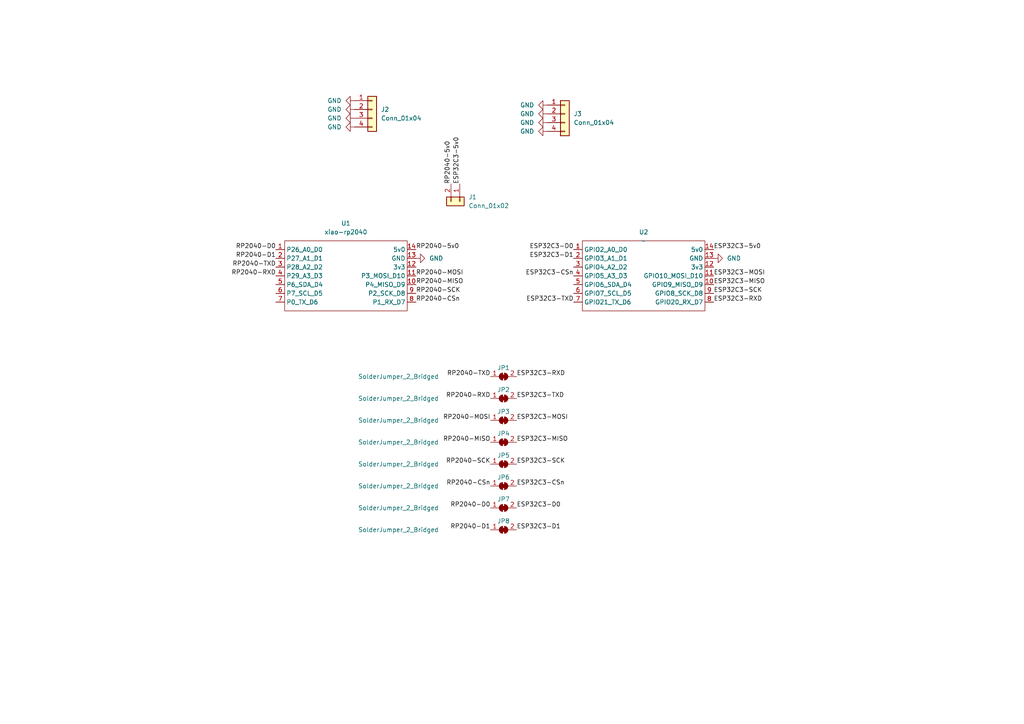
<source format=kicad_sch>
(kicad_sch (version 20230121) (generator eeschema)
  (paper "A4")
  (lib_symbols
    (symbol "Connector_Generic:Conn_01x02" (pin_names (offset 1.016) hide)
      (property "Reference" "J" (at 0 2.54 0))
      (property "Value" "Conn_01x02" (at 0 -5.08 0))
      (symbol "Conn_01x02_1_1"
        (rectangle (start -1.27 -2.413) (end 0 -2.667) (stroke (width 0.1524)))
        (rectangle (start -1.27 0.127) (end 0 -0.127) (stroke (width 0.1524)))
        (rectangle (start -1.27 1.27) (end 1.27 -3.81) (stroke (width 0.254)) (fill (type background)))
        (pin passive line (at -5.08 0 0) (length 3.81) (name "Pin_1") (number "1"))
        (pin passive line (at -5.08 -2.54 0) (length 3.81) (name "Pin_2") (number "2"))
      )
    )
    (symbol "Connector_Generic:Conn_01x04" (pin_names (offset 1.016) hide)
      (property "Reference" "J" (at 0 5.08 0))
      (property "Value" "Conn_01x04" (at 0 -7.62 0))
      (symbol "Conn_01x04_1_1"
        (rectangle (start -1.27 -4.953) (end 0 -5.207) (stroke (width 0.1524)))
        (rectangle (start -1.27 -2.413) (end 0 -2.667) (stroke (width 0.1524)))
        (rectangle (start -1.27 0.127) (end 0 -0.127) (stroke (width 0.1524)))
        (rectangle (start -1.27 2.667) (end 0 2.413) (stroke (width 0.1524)))
        (rectangle (start -1.27 3.81) (end 1.27 -6.35) (stroke (width 0.254)) (fill (type background)))
        (pin passive line (at -5.08 2.54 0) (length 3.81) (name "Pin_1") (number "1"))
        (pin passive line (at -5.08 0 0) (length 3.81) (name "Pin_2") (number "2"))
        (pin passive line (at -5.08 -2.54 0) (length 3.81) (name "Pin_3") (number "3"))
        (pin passive line (at -5.08 -5.08 0) (length 3.81) (name "Pin_4") (number "4"))
      )
    )
    (symbol "Jumper:SolderJumper_2_Bridged" (pin_names (offset 0) hide)
      (property "Reference" "JP" (at 0 2.032 0))
      (property "Value" "SolderJumper_2_Bridged" (at 0 -2.54 0))
      (symbol "SolderJumper_2_Bridged_0_1"
        (rectangle (start -0.508 0.508) (end 0.508 -0.508) (fill (type outline)))
        (arc (start -0.254 1.016) (mid -1.2656 0) (end -0.254 -1.016))
        (arc (start -0.254 1.016) (mid -1.2656 0) (end -0.254 -1.016) (fill (type outline)))
        (polyline (pts (xy -0.254 1.016) (xy -0.254 -1.016)))
        (polyline (pts (xy 0.254 1.016) (xy 0.254 -1.016)))
        (arc (start 0.254 -1.016) (mid 1.2656 0) (end 0.254 1.016))
        (arc (start 0.254 -1.016) (mid 1.2656 0) (end 0.254 1.016) (fill (type outline)))
      )
      (symbol "SolderJumper_2_Bridged_1_1"
        (pin passive line (at -3.81 0 0) (length 2.54) (name "A") (number "1"))
        (pin passive line (at 3.81 0 180) (length 2.54) (name "B") (number "2"))
      )
    )
    (symbol "esp32c3-wifi-dev:xiao-esp32c3"
      (property "Reference" "U" (at 0 1.27 0))
      (symbol "xiao-esp32c3_0_1"
        (rectangle (start -17.78 0) (end 17.78 -20.32))
      )
      (symbol "xiao-esp32c3_1_1"
        (pin bidirectional line (at -20.32 -2.54 0) (length 2.54) (name "GPIO2_A0_D0") (number "1"))
        (pin bidirectional line (at 20.32 -12.7 180) (length 2.54) (name "GPIO9_MISO_D9") (number "10"))
        (pin bidirectional line (at 20.32 -10.16 180) (length 2.54) (name "GPIO10_MOSI_D10") (number "11"))
        (pin power_in line (at 20.32 -7.62 180) (length 2.54) (name "3v3") (number "12"))
        (pin power_in line (at 20.32 -5.08 180) (length 2.54) (name "GND") (number "13"))
        (pin power_in line (at 20.32 -2.54 180) (length 2.54) (name "5v0") (number "14"))
        (pin bidirectional line (at -20.32 -5.08 0) (length 2.54) (name "GPIO3_A1_D1") (number "2"))
        (pin bidirectional line (at -20.32 -7.62 0) (length 2.54) (name "GPIO4_A2_D2") (number "3"))
        (pin bidirectional line (at -20.32 -10.16 0) (length 2.54) (name "GPIO5_A3_D3") (number "4"))
        (pin bidirectional line (at -20.32 -12.7 0) (length 2.54) (name "GPIO6_SDA_D4") (number "5"))
        (pin bidirectional line (at -20.32 -15.24 0) (length 2.54) (name "GPIO7_SCL_D5") (number "6"))
        (pin bidirectional line (at -20.32 -17.78 0) (length 2.54) (name "GPIO21_TX_D6") (number "7"))
        (pin bidirectional line (at 20.32 -17.78 180) (length 2.54) (name "GPIO20_RX_D7") (number "8"))
        (pin bidirectional line (at 20.32 -15.24 180) (length 2.54) (name "GPIO8_SCK_D8") (number "9"))
      )
    )
    (symbol "esp32c3-wifi-dev:xiao-rp2040"
      (property "Reference" "U" (at 0 1.27 0))
      (property "Value" "xiao-rp2040" (at 2.54 -1.27 0))
      (symbol "xiao-rp2040_0_1"
        (rectangle (start -17.78 0) (end 17.78 -20.32))
      )
      (symbol "xiao-rp2040_1_1"
        (pin bidirectional line (at -20.32 -2.54 0) (length 2.54) (name "P26_A0_D0") (number "1"))
        (pin bidirectional line (at 20.32 -12.7 180) (length 2.54) (name "P4_MISO_D9") (number "10"))
        (pin bidirectional line (at 20.32 -10.16 180) (length 2.54) (name "P3_MOSI_D10") (number "11"))
        (pin power_in line (at 20.32 -7.62 180) (length 2.54) (name "3v3") (number "12"))
        (pin power_in line (at 20.32 -5.08 180) (length 2.54) (name "GND") (number "13"))
        (pin power_in line (at 20.32 -2.54 180) (length 2.54) (name "5v0") (number "14"))
        (pin bidirectional line (at -20.32 -5.08 0) (length 2.54) (name "P27_A1_D1") (number "2"))
        (pin bidirectional line (at -20.32 -7.62 0) (length 2.54) (name "P28_A2_D2") (number "3"))
        (pin bidirectional line (at -20.32 -10.16 0) (length 2.54) (name "P29_A3_D3") (number "4"))
        (pin bidirectional line (at -20.32 -12.7 0) (length 2.54) (name "P6_SDA_D4") (number "5"))
        (pin bidirectional line (at -20.32 -15.24 0) (length 2.54) (name "P7_SCL_D5") (number "6"))
        (pin bidirectional line (at -20.32 -17.78 0) (length 2.54) (name "P0_TX_D6") (number "7"))
        (pin bidirectional line (at 20.32 -17.78 180) (length 2.54) (name "P1_RX_D7") (number "8"))
        (pin bidirectional line (at 20.32 -15.24 180) (length 2.54) (name "P2_SCK_D8") (number "9"))
      )
    )
    (symbol "power:GND" (power) (pin_names (offset 0))
      (property "Value" "GND" (at 0 -3.81 0))
      (symbol "GND_0_1"
        (polyline (pts (xy 0 0) (xy 0 -1.27) (xy 1.27 -1.27) (xy 0 -2.54) (xy -1.27 -1.27) (xy 0 -1.27)))
      )
      (symbol "GND_1_1"
        (pin power_in line (at 0 0 270) (length 0) hide (name "GND") (number "1"))
      )
    )
  )
  (label "ESP32C3-D1" (at 149.86 153.67 0))
  (label "ESP32C3-RXD" (at 149.86 109.22 0))
  (label "ESP32C3-MISO" (at 149.86 128.27 0))
  (label "ESP32C3-MISO" (at 207.01 82.55 0))
  (label "RP2040-MISO" (at 142.24 128.27 180))
  (label "ESP32C3-SCK" (at 207.01 85.09 0))
  (label "ESP32C3-5v0" (at 207.01 72.39 0))
  (label "RP2040-CSn" (at 120.65 87.63 0))
  (label "RP2040-D1" (at 142.24 153.67 180))
  (label "RP2040-D0" (at 80.01 72.39 180))
  (label "RP2040-5v0" (at 130.81 53.34 90))
  (label "ESP32C3-TXD" (at 166.37 87.63 180))
  (label "ESP32C3-D0" (at 166.37 72.39 180))
  (label "RP2040-SCK" (at 142.24 134.62 180))
  (label "ESP32C3-SCK" (at 149.86 134.62 0))
  (label "RP2040-TXD" (at 80.01 77.47 180))
  (label "ESP32C3-5v0" (at 133.35 53.34 90))
  (label "ESP32C3-RXD" (at 207.01 87.63 0))
  (label "RP2040-D0" (at 142.24 147.32 180))
  (label "ESP32C3-D0" (at 149.86 147.32 0))
  (label "RP2040-RXD" (at 142.24 115.57 180))
  (label "ESP32C3-MOSI" (at 207.01 80.01 0))
  (label "ESP32C3-TXD" (at 149.86 115.57 0))
  (label "RP2040-CSn" (at 142.24 140.97 180))
  (label "RP2040-RXD" (at 80.01 80.01 180))
  (label "ESP32C3-CSn" (at 166.37 80.01 180))
  (label "ESP32C3-CSn" (at 149.86 140.97 0))
  (label "RP2040-SCK" (at 120.65 85.09 0))
  (label "ESP32C3-D1" (at 166.37 74.93 180))
  (label "RP2040-MISO" (at 120.65 82.55 0))
  (label "RP2040-5v0" (at 120.65 72.39 0))
  (label "RP2040-D1" (at 80.01 74.93 180))
  (label "RP2040-MOSI" (at 120.65 80.01 0))
  (label "RP2040-MOSI" (at 142.24 121.92 180))
  (label "RP2040-TXD" (at 142.24 109.22 180))
  (label "ESP32C3-MOSI" (at 149.86 121.92 0))
  (symbol (lib_id "power:GND") (at 207.01 74.93 90) (unit 1)
    (property "Reference" "#PWR02" (effects hide))
    (property "Value" "GND" (at 210.82 74.93 90) (effects (justify right)))
  )
  (symbol (lib_id "power:GND") (at 158.75 33.02 270) (unit 1)
    (property "Reference" "#PWR08" (effects hide))
    (property "Value" "GND" (at 154.94 33.02 90) (effects (justify right)))
  )
  (symbol (lib_id "Jumper:SolderJumper_2_Bridged") (at 146.05 140.97 0) (unit 1)
    (property "Reference" "JP6" (at 146.05 138.43 0))
    (property "Value" "SolderJumper_2_Bridged" (at 115.57 140.97 0))
    (property "Footprint" "Jumper:SolderJumper-2_P1.3mm_Bridged_RoundedPad1.0x1.5mm" (effects hide))
  )
  (symbol (lib_id "power:GND") (at 102.87 31.75 270) (unit 1)
    (property "Reference" "#PWR04" (effects hide))
    (property "Value" "GND" (at 99.06 31.75 90) (effects (justify right)))
  )
  (symbol (lib_id "esp32c3-wifi-dev:xiao-esp32c3") (at 186.69 69.85 0) (unit 1)
    (property "Reference" "U2" (at 186.69 67.31 0))
    (property "Value" "~" (at 186.69 69.85 0))
    (property "Footprint" "esp32c3-wifi-dev:XIAO-Generic-Hybrid-14P-2.54-21X17.8MM" (effects hide))
  )
  (symbol (lib_id "power:GND") (at 102.87 29.21 270) (unit 1)
    (property "Reference" "#PWR03" (effects hide))
    (property "Value" "GND" (at 99.06 29.21 90) (effects (justify right)))
  )
  (symbol (lib_id "Jumper:SolderJumper_2_Bridged") (at 146.05 153.67 0) (unit 1)
    (property "Reference" "JP8" (at 146.05 151.13 0))
    (property "Value" "SolderJumper_2_Bridged" (at 115.57 153.67 0))
    (property "Footprint" "Jumper:SolderJumper-2_P1.3mm_Bridged_RoundedPad1.0x1.5mm" (effects hide))
  )
  (symbol (lib_id "Jumper:SolderJumper_2_Bridged") (at 146.05 109.22 0) (unit 1)
    (property "Reference" "JP1" (at 146.05 106.68 0))
    (property "Value" "SolderJumper_2_Bridged" (at 115.57 109.22 0))
    (property "Footprint" "Jumper:SolderJumper-2_P1.3mm_Bridged_RoundedPad1.0x1.5mm" (effects hide))
  )
  (symbol (lib_id "power:GND") (at 120.65 74.93 90) (unit 1)
    (property "Reference" "#PWR01" (effects hide))
    (property "Value" "GND" (at 124.46 74.93 90) (effects (justify right)))
  )
  (symbol (lib_id "Jumper:SolderJumper_2_Bridged") (at 146.05 134.62 0) (unit 1)
    (property "Reference" "JP5" (at 146.05 132.08 0))
    (property "Value" "SolderJumper_2_Bridged" (at 115.57 134.62 0))
    (property "Footprint" "Jumper:SolderJumper-2_P1.3mm_Bridged_RoundedPad1.0x1.5mm" (effects hide))
  )
  (symbol (lib_id "Jumper:SolderJumper_2_Bridged") (at 146.05 121.92 0) (unit 1)
    (property "Reference" "JP3" (at 146.05 119.38 0))
    (property "Value" "SolderJumper_2_Bridged" (at 115.57 121.92 0))
    (property "Footprint" "Jumper:SolderJumper-2_P1.3mm_Bridged_RoundedPad1.0x1.5mm" (effects hide))
  )
  (symbol (lib_id "power:GND") (at 158.75 30.48 270) (unit 1)
    (property "Reference" "#PWR07" (effects hide))
    (property "Value" "GND" (at 154.94 30.48 90) (effects (justify right)))
  )
  (symbol (lib_id "Connector_Generic:Conn_01x04") (at 163.83 33.02 0) (unit 1)
    (property "Reference" "J3" (at 166.37 33.02 0) (effects (justify left)))
    (property "Value" "Conn_01x04" (at 166.37 35.56 0) (effects (justify left)))
    (property "Footprint" "esp32c3-wifi-dev:brick-1x4" (effects hide))
  )
  (symbol (lib_id "esp32c3-wifi-dev:xiao-rp2040") (at 100.33 69.85 0) (unit 1)
    (property "Reference" "U1" (at 100.33 64.77 0))
    (property "Value" "xiao-rp2040" (at 100.33 67.31 0))
    (property "Footprint" "esp32c3-wifi-dev:XIAO-Generic-Hybrid-14P-2.54-21X17.8MM" (effects hide))
  )
  (symbol (lib_id "power:GND") (at 158.75 35.56 270) (unit 1)
    (property "Reference" "#PWR09" (effects hide))
    (property "Value" "GND" (at 154.94 35.56 90) (effects (justify right)))
  )
  (symbol (lib_id "power:GND") (at 102.87 34.29 270) (unit 1)
    (property "Reference" "#PWR05" (effects hide))
    (property "Value" "GND" (at 99.06 34.29 90) (effects (justify right)))
  )
  (symbol (lib_id "Jumper:SolderJumper_2_Bridged") (at 146.05 115.57 0) (unit 1)
    (property "Reference" "JP2" (at 146.05 113.03 0))
    (property "Value" "SolderJumper_2_Bridged" (at 115.57 115.57 0))
    (property "Footprint" "Jumper:SolderJumper-2_P1.3mm_Bridged_RoundedPad1.0x1.5mm" (effects hide))
  )
  (symbol (lib_id "power:GND") (at 158.75 38.1 270) (unit 1)
    (property "Reference" "#PWR010" (effects hide))
    (property "Value" "GND" (at 154.94 38.1 90) (effects (justify right)))
  )
  (symbol (lib_id "power:GND") (at 102.87 36.83 270) (unit 1)
    (property "Reference" "#PWR06" (effects hide))
    (property "Value" "GND" (at 99.06 36.83 90) (effects (justify right)))
  )
  (symbol (lib_id "Jumper:SolderJumper_2_Bridged") (at 146.05 128.27 0) (unit 1)
    (property "Reference" "JP4" (at 146.05 125.73 0))
    (property "Value" "SolderJumper_2_Bridged" (at 115.57 128.27 0))
    (property "Footprint" "Jumper:SolderJumper-2_P1.3mm_Bridged_RoundedPad1.0x1.5mm" (effects hide))
  )
  (symbol (lib_id "Connector_Generic:Conn_01x02") (at 133.35 58.42 270) (unit 1)
    (property "Reference" "J1" (at 135.89 57.15 90) (effects (justify left)))
    (property "Value" "Conn_01x02" (at 135.89 59.69 90) (effects (justify left)))
    (property "Footprint" "Connector_PinHeader_2.54mm:PinHeader_1x02_P2.54mm_Vertical" (effects hide))
  )
  (symbol (lib_id "Jumper:SolderJumper_2_Bridged") (at 146.05 147.32 0) (unit 1)
    (property "Reference" "JP7" (at 146.05 144.78 0))
    (property "Value" "SolderJumper_2_Bridged" (at 115.57 147.32 0))
    (property "Footprint" "Jumper:SolderJumper-2_P1.3mm_Bridged_RoundedPad1.0x1.5mm" (effects hide))
  )
  (symbol (lib_id "Connector_Generic:Conn_01x04") (at 107.95 31.75 0) (unit 1)
    (property "Reference" "J2" (at 110.49 31.75 0) (effects (justify left)))
    (property "Value" "Conn_01x04" (at 110.49 34.29 0) (effects (justify left)))
    (property "Footprint" "esp32c3-wifi-dev:brick-1x4" (effects hide))
  )
)
</source>
